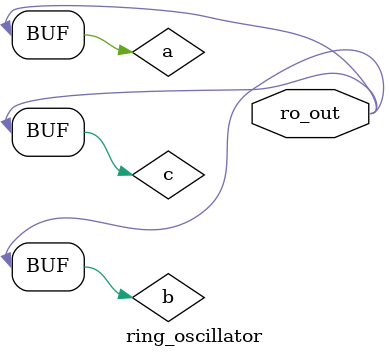
<source format=sv>
`timescale 1ns / 1ps


module ring_oscillator(
    output logic ro_out
    );

    logic a, b, c;

    //cascaded inverters
    assign a = ~c;
    assign b = ~a;
    assign c = ~b;

    assign ro_out = c;

endmodule

</source>
